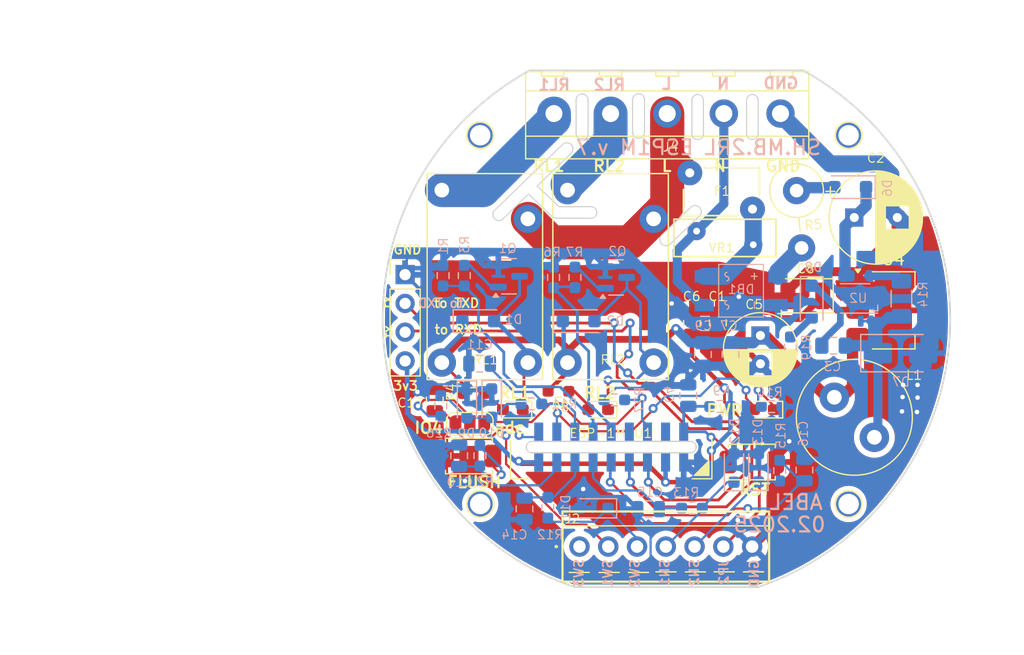
<source format=kicad_pcb>
(kicad_pcb (version 20241229) (generator "pcbnew") (generator_version "9.0")
  (title_block (title "Smart home relay board. CAN") (date "2023-10-01") (rev "12") (company "Home"))
  (layers (0 "F.Cu" signal) (2 "B.Cu" signal) (13 "F.Paste" user) (15 "B.Paste" user) (5 "F.SilkS" user "F.Silkscreen") (7 "B.SilkS" user "B.Silkscreen") (1 "F.Mask" user) (3 "B.Mask" user) (25 "Edge.Cuts" user))
  (net 0 "")
  (net 1 "GND")
  (net 2 "SIG_RL1")
  (net 3 "+220")
  (net 4 "RL1")
  (net 5 "+3V3")
  (net 6 "Net-(D3-K)")
  (net 7 "Net-(D6-A)")
  (net 8 "N")
  (net 9 "+5V")
  (net 10 "NRST")
  (net 11 "RX")
  (net 12 "TX")
  (net 13 "Net-(D8-K)")
  (net 14 "Net-(D7-K)")
  (net 15 "Net-(D1-A)")
  (net 16 "Net-(D2-A)")
  (net 17 "Net-(D3-A)")
  (net 18 "Net-(D4-A)")
  (net 19 "Net-(D5-A)")
  (net 20 "Net-(D6-K)")
  (net 21 "Net-(D8-A)")
  (net 22 "SIG_RL2")
  (net 23 "RL2")
  (net 24 "L_fuse")
  (net 25 "SW1")
  (net 26 "SW2")
  (net 27 "SN1")
  (net 28 "SN2")
  (net 33 "L")
  (net 34 "AC_SENS")
  (net 35 "Net-(Q1-B)")
  (net 36 "SW3")
  (net 37 "Net-(Q2-B)")
  (net 38 "Net-(U2-CS)")
  (net 39 "unconnected-(U1-GPIO16-Pad17)")
  (net 41 "/Flush")
  (net 42 "Net-(B2-Pad1)")
  (net 43 "Net-(D13-K)")
  (net 45 "Net-(D10-A)")
  (net 46 "Net-(D12-K)")
  (net 47 "Net-(JP3-C)")
  (net 48 "Net-(D11-K)")
  (footprint "Capacitor_SMD:C_0805_2012Metric" (layer "F.Cu") (at 152.9588 105.3338 90)
    (property "Reference" "C1")
    (property "Value" "100nF")
  )
  (footprint "Connector_Phoenix_MPT:Phoenix Contact_MPT-0,5_7_2,54_P7" (layer "F.Cu") (at 148.3636 125.0994)
    (property "Reference" "J2")
    (property "Value" "K128_P7")
  )
  (footprint "Capacitor_THT:CP_Radial_D8.0mm_P3.80mm" (layer "F.Cu") (at 165.000949 96.0294)
    (property "Reference" "C2")
    (property "Value" "4,7uF")
  )
  (footprint "Package_SO_Local:SOT-223-3_TabPin1" (layer "F.Cu") (at 168.4528 104.2283)
    (property "Reference" "U4")
    (property "Value" "AMS1117-3.3")
  )
  (footprint "Capacitor_SMD:C_0805_2012Metric" (layer "F.Cu") (at 127.9652 112.154 90)
    (property "Reference" "C17")
    (property "Value" "100nF")
  )
  (footprint "Capacitor_Tantalum_SMD:CP_EIA-3528-21_Kemet-B" (layer "F.Cu") (at 160.6804 102.9462 180)
    (property "Reference" "C8")
    (property "Value" "10uF")
  )
  (footprint "Capacitor_SMD:C_0805_2012Metric" (layer "F.Cu") (at 150.6728 105.3846 90)
    (property "Reference" "C6")
    (property "Value" "100nF")
  )
  (footprint "LED_SMD:LED_0603_1608Metric_Pad1.05x0.95mm_HandSolder" (layer "F.Cu") (at 142.3924 113 180)
    (property "Reference" "D5" (hide yes))
    (property "Value" "green_led")
  )
  (footprint "Relay_THT_Local:RJ-SS-105DM1" (layer "F.Cu") (at 132.6896 101.346 90)
    (property "Reference" "RL1")
    (property "Value" "RJ-SS-105DM1")
  )
  (footprint "Connector_PinHeader_2.54mm:PinHeader_1x04_P2.54mm_Vertical" (layer "F.Cu") (at 125.349 101.0766)
    (property "Reference" "J3" (hide yes))
    (property "Value" "PinHead")
  )
  (footprint "Resistor_SMD:R_0603_1608Metric_Pad0.98x0.95mm_HandSolder" (layer "F.Cu") (at 138.8872 111.379)
    (property "Reference" "R8")
    (property "Value" "1k")
  )
  (footprint "WIFI_Module:ESP-01M" (layer "F.Cu") (at 143.5436 116.3066 -90)
    (property "Reference" "U1")
    (property "Value" "ESP-01M")
    (fp_line (start -0.5 -7) (end -0.5 7) (stroke (width 0.12)) (layer "Edge.Cuts"))
    (fp_line (start 0.5 -7) (end 0.5 7) (stroke (width 0.12)) (layer "Edge.Cuts"))
    (fp_arc (start 0.5 7) (mid 0 7.5) (end -0.5 7) (stroke (width 0.12)) (layer "Edge.Cuts"))
    (fp_arc (start -0.5 -7) (mid 0 -7.5) (end 0.5 -7) (stroke (width 0.12)) (layer "Edge.Cuts"))
  )
  (footprint "Varistor:RV_Disc_D9mm_W3.3mm_P5mm" (layer "F.Cu") (at 156.0836 98.4294 180)
    (property "Reference" "VR1")
    (property "Value" "07D471K")
  )
  (footprint "TestPoint:TestPoint_THTPad_D2.0mm_Drill1.0mm" (layer "F.Cu") (at 164.5031 88.7603)
    (property "Reference" "TP4" (hide yes))
    (property "Value" "TestPoint")
  )
  (footprint "Fuse_Local:RF145_D6.5mm_W4mm" (layer "F.Cu") (at 153.3736 93.7594)
    (property "Reference" "F1")
    (property "Value" "250v/0.12A")
  )
  (footprint "Resistor_SMD:R_0603_1608Metric_Pad0.98x0.95mm_HandSolder" (layer "F.Cu") (at 131.3942 111.5822)
    (property "Reference" "R4")
    (property "Value" "1k")
  )
  (footprint "Jumper:SolderJumper-3_P1.3mm_Open_RoundedPad1.0x1.5mm_NumberLabels" (layer "F.Cu") (at 131.064 114.2492)
    (property "Reference" "JP3" (hide yes))
    (property "Value" "jmp3")
  )
  (footprint "TestPoint:TestPoint_THTPad_D2.0mm_Drill1.0mm" (layer "F.Cu") (at 164.5031 121.3385)
    (property "Reference" "TP2" (hide yes))
    (property "Value" "TestPoint")
  )
  (footprint "LED_SMD:LED_0603_1608Metric_Pad1.05x0.95mm_HandSolder" (layer "F.Cu") (at 157.0228 113 180)
    (property "Reference" "D3" (hide yes))
    (property "Value" "blue_led")
  )
  (footprint "TerminalBlock_Degson:DG301-5.0-05P" (layer "F.Cu") (at 148.4884 86.8426 180)
    (property "Reference" "J4")
    (property "Value" "220V")
  )
  (footprint "Button_switch_SMD_Local:SW_Push_SPST_NO_Alps_SKRK_HandSoldering" (layer "F.Cu") (at 130.9878 117.094 180)
    (property "Reference" "B2" (hide yes))
    (property "Value" "Button")
  )
  (footprint "TestPoint:TestPoint_THTPad_D2.0mm_Drill1.0mm" (layer "F.Cu") (at 131.9784 88.7603)
    (property "Reference" "TP5" (hide yes))
    (property "Value" "TestPoint")
  )
  (footprint "Inductor_THT:L_Radial_D10.0mm_P5.00mm_Fastron_07P" (layer "F.Cu") (at 166.7764 115.443 135)
    (property "Reference" "L1")
    (property "Value" "320uH")
  )
  (footprint "Resistor_THT:R_Axial_DIN0414_L11.9mm_D4.5mm_P5.08mm_Vertical" (layer "F.Cu") (at 159.907981 93.652068 -85)
    (property "Reference" "R5")
    (property "Value" "10")
  )
  (footprint "Capacitor_THT:CP_Radial_D6.3mm_P2.50mm" (layer "F.Cu") (at 156.718 106.4514 -90)
    (property "Reference" "C5")
    (property "Value" "680uF")
  )
  (footprint "Relay_THT_Local:RJ-SS-105DM1" (layer "F.Cu") (at 143.7894 101.346 90)
    (property "Reference" "RL2")
    (property "Value" "RJ-SS-105DM1")
  )
  (footprint "TestPoint:TestPoint_THTPad_D2.0mm_Drill1.0mm" (layer "F.Cu") (at 131.9784 121.3385)
    (property "Reference" "TP3" (hide yes))
    (property "Value" "TestPoint")
  )
  (footprint "Button_switch_SMD_Local:SW_Push_SPST_NO_Alps_SKRK_HandSoldering" (layer "F.Cu") (at 155.956 117.6274)
    (property "Reference" "B1" (hide yes))
    (property "Value" "Button")
  )
  (footprint "LED_SMD:LED_0603_1608Metric_Pad1.05x0.95mm_HandSolder" (layer "F.Cu") (at 134.8626 113 180)
    (property "Reference" "D4" (hide yes))
    (property "Value" "green_led")
  )
  (footprint "Capacitor_SMD:C_0805_2012Metric" (layer "B.Cu") (at 150.3426 111.76 90.2)
    (property "Reference" "C4")
    (property "Value" "100nF")
  )
  (footprint "Resistor_SMD:R_0603_1608Metric_Pad0.98x0.95mm_HandSolder" (layer "B.Cu") (at 150.6728 121.6914 180)
    (property "Reference" "R13")
    (property "Value" "100R")
  )
  (footprint "Diode_SMD:D_SOD-323_HandSoldering" (layer "B.Cu") (at 156.5402 118.1354 90)
    (property "Reference" "D13")
    (property "Value" "PESD3V3L1BA")
  )
  (footprint "Capacitor_SMD:C_0805_2012Metric" (layer "B.Cu") (at 135.89 121.7676 -90)
    (property "Reference" "C14")
    (property "Value" "100nF")
  )
  (footprint "Resistor_SMD:R_0603_1608Metric_Pad0.98x0.95mm_HandSolder" (layer "B.Cu") (at 157.7086 112.7252)
    (property "Reference" "R10")
    (property "Value" "1k")
  )
  (footprint "Capacitor_SMD:C_0805_2012Metric" (layer "B.Cu") (at 160.6042 118.3386 90)
    (property "Reference" "C16")
    (property "Value" "100nF")
  )
  (footprint "Diode_SMD:D_SOD-323_HandSoldering" (layer "B.Cu") (at 130.81 112.4712 -90)
    (property "Reference" "D9")
    (property "Value" "PESD3V3L1BA")
  )
  (footprint "Capacitor_SMD:C_0805_2012Metric_Pad1.18x1.45mm_HandSolder" (layer "B.Cu") (at 154.0764 108.1278 -90)
    (property "Reference" "C7")
    (property "Value" "4,7uF")
  )
  (footprint "Resistor_SMD:R_0603_1608Metric_Pad0.98x0.95mm_HandSolder" (layer "B.Cu") (at 158.4198 118.3894 90)
    (property "Reference" "R15")
    (property "Value" "100R")
  )
  (footprint "Diode_SMD:D_SOD-123F" (layer "B.Cu") (at 140.6652 105.1814)
    (property "Reference" "D2")
    (property "Value" "1N4007W (A7)")
  )
  (footprint "Diode_SMD:D_SOD-123F" (layer "B.Cu") (at 131.8006 105.1814)
    (property "Reference" "D1")
    (property "Value" "1N4007W (A7)")
  )
  (footprint "Resistor_SMD:R_0603_1608Metric_Pad0.98x0.95mm_HandSolder" (layer "B.Cu") (at 138.4554 101.3206 -90)
    (property "Reference" "R6")
    (property "Value" "10K")
  )
  (footprint "Resistor_SMD:R_0603_1608Metric_Pad0.98x0.95mm_HandSolder" (layer "B.Cu") (at 140.3436 101.3194 90)
    (property "Reference" "R7")
    (property "Value" "1k")
  )
  (footprint "Resistor_SMD:R_0603_1608Metric_Pad0.98x0.95mm_HandSolder" (layer "B.Cu") (at 128.4986 112.6744 -90)
    (property "Reference" "R26")
    (property "Value" "40,2R")
  )
  (footprint "Resistor_SMD:R_0603_1608Metric_Pad0.98x0.95mm_HandSolder" (layer "B.Cu") (at 130.5736 101.1594 90)
    (property "Reference" "R3")
    (property "Value" "1k")
  )
  (footprint "Resistor_SMD:R_0603_1608Metric_Pad0.98x0.95mm_HandSolder" (layer "B.Cu") (at 131.953 117.0686 90)
    (property "Reference" "R2")
    (property "Value" "1k")
  )
  (footprint "Package_TO_SOT_SMD:SOT-23" (layer "B.Cu") (at 143.9672 101.3206)
    (property "Reference" "Q2")
    (property "Value" "BC817")
  )
  (footprint "Resistor_SMD:R_0603_1608Metric_Pad0.98x0.95mm_HandSolder" (layer "B.Cu") (at 159.3596 107.4928 90)
    (property "Reference" "R19")
    (property "Value" "100R")
  )
  (footprint "Diode_SMD:D_SOD-123F" (layer "B.Cu") (at 164.6428 93.345 180)
    (property "Reference" "D6")
    (property "Value" "1N4007W (A7)")
  )
  (footprint "Capacitor_SMD:C_0805_2012Metric_Pad1.18x1.45mm_HandSolder" (layer "B.Cu") (at 151.638 108.1278 -90)
    (property "Reference" "C9")
    (property "Value" "1uF")
  )
  (footprint "Diode_local:MBS" (layer "B.Cu") (at 155.0082 102.4948 -90)
    (property "Reference" "DB1")
    (property "Value" "MB8S")
  )
  (footprint "Resistor_SMD:R_0603_1608Metric_Pad0.98x0.95mm_HandSolder" (layer "B.Cu") (at 128.7036 101.1594 -90)
    (property "Reference" "R1")
    (property "Value" "10K")
  )
  (footprint "Capacitor_SMD:C_0805_2012Metric" (layer "B.Cu") (at 131.9276 108.9406 180)
    (property "Reference" "C11")
    (property "Value" "100nF")
  )
  (footprint "Diode_SMD:D_SOD-323_HandSoldering" (layer "B.Cu") (at 154.3812 118.1608 90)
    (property "Reference" "D12")
    (property "Value" "PESD3V3L1BA")
  )
  (footprint "Resistor_SMD:R_0603_1608Metric_Pad0.98x0.95mm_HandSolder" (layer "B.Cu") (at 153.162 112.7252)
    (property "Reference" "R9")
    (property "Value" "10K")
  )
  (footprint "Diode_SMD:D_SOD-323_HandSoldering" (layer "B.Cu") (at 142.0114 121.7168 180)
    (property "Reference" "D11")
    (property "Value" "PESD3V3L1BA")
  )
  (footprint "Capacitor_SMD:C_0805_2012Metric" (layer "B.Cu") (at 146.8374 121.793 180)
    (property "Reference" "C15")
    (property "Value" "100nF")
  )
  (footprint "Diode_SMD:D_SOD-323_HandSoldering" (layer "B.Cu") (at 132.9944 112.4204 -90)
    (property "Reference" "D10")
    (property "Value" "PESD3V3L1BA")
  )
  (footprint "Diode_SMD:D_SOD-123F" (layer "B.Cu") (at 161.2392 103.4542 -90)
    (property "Reference" "D8")
    (property "Value" "E1J")
  )
  (footprint "Package_SO_Local:SOT33-5" (layer "B.Cu") (at 165.0136 103.1769 90)
    (property "Reference" "U2")
    (property "Value" "BP2525F")
  )
  (footprint "Resistor_SMD:R_0603_1608Metric_Pad0.98x0.95mm_HandSolder" (layer "B.Cu") (at 136.4996 112.4966)
    (property "Reference" "R11")
    (property "Value" "100R")
  )
  (footprint "Resistor_SMD:R_0603_1608Metric_Pad0.98x0.95mm_HandSolder" (layer "B.Cu") (at 143.8148 112.141)
    (property "Reference" "R27")
    (property "Value" "100R")
  )
  (footprint "Capacitor_SMD:C_0805_2012Metric_Pad1.18x1.45mm_HandSolder" (layer "B.Cu") (at 163.1736 107.3494)
    (property "Reference" "C3")
    (property "Value" "1uF")
  )
  (footprint "Resistor_SMD:R_1206_3216Metric_Pad1.30x1.75mm_HandSolder" (layer "B.Cu") (at 169.164 103.2002 -90)
    (property "Reference" "R14")
    (property "Value" "0,3")
  )
  (footprint "Capacitor_SMD:C_0805_2012Metric" (layer "B.Cu") (at 130.1242 117.0686 90)
    (property "Reference" "C10")
    (property "Value" "100nF")
  )
  (footprint "Resistor_SMD:R_0603_1608Metric_Pad0.98x0.95mm_HandSolder" (layer "B.Cu") (at 137.9474 121.666 90)
    (property "Reference" "R12")
    (property "Value" "100R")
  )
  (footprint "Diode_SMD:D_SMA" (layer "B.Cu") (at 169.0836 108.0094)
    (property "Reference" "D7")
    (property "Value" "ES1J")
  )
  (footprint "Package_TO_SOT_SMD:SOT-23" (layer "B.Cu") (at 134.5184 101.219)
    (property "Reference" "Q1")
    (property "Value" "BC817")
  )
  (gr_arc (start 141.7574 95.0675) (mid 142.274313 95.578221) (end 141.761357 96.0929) (stroke (width 0.1)) (layer "Edge.Cuts"))
  (gr_line (start 150.5712 95.123) (end 147.9804 97.6122) (stroke (width 0.1)) (layer "Edge.Cuts"))
  (gr_line (start 137.0076 93.2434) (end 138.938 95.0722) (stroke (width 0.1)) (layer "Edge.Cuts"))
  (gr_arc (start 156.517521 88.6206) (mid 156.0068 89.137513) (end 155.492121 88.624557) (stroke (width 0.1)) (layer "Edge.Cuts"))
  (gr_arc (start 160.4772 83.0326) (mid 173.3856 107.106989) (end 156.591 128.651) (stroke (width 0.15)) (layer "Edge.Cuts"))
  (gr_line (start 136.2456 93.9546) (end 138.3284 95.9358) (stroke (width 0.1)) (layer "Edge.Cuts"))
  (gr_line (start 151.3332 95.885) (end 148.7424 98.3742) (stroke (width 0.1)) (layer "Edge.Cuts"))
  (gr_arc (start 133.98477 96.15172) (mid 133.2436 96.1294) (end 133.251187 95.387933) (stroke (width 0.1)) (layer "Edge.Cuts"))
  (gr_line (start 141.5034 88.599157) (end 141.5034 85.644843) (stroke (width 0.1)) (layer "Edge.Cuts"))
  (gr_arc (start 140.4446 85.623486) (mid 140.984481 85.115224) (end 141.5034 85.644843) (stroke (width 0.1)) (layer "Edge.Cuts"))
  (gr_arc (start 155.492121 85.670243) (mid 156.004821 85.157543) (end 156.517521 85.670243) (stroke (width 0.1)) (layer "Edge.Cuts"))
  (gr_arc (start 150.567237 95.125964) (mid 151.332813 95.119395) (end 151.3332 95.885) (stroke (width 0.1)) (layer "Edge.Cuts"))
  (gr_line (start 146.48868 88.497522) (end 146.48868 85.6234) (stroke (width 0.1)) (layer "Edge.Cuts"))
  (gr_arc (start 146.48868 88.497522) (mid 145.948385 89.026956) (end 145.42988 88.476165) (stroke (width 0.1)) (layer "Edge.Cuts"))
  (gr_line (start 140.0048 90.3478) (end 137.0076 93.2434) (stroke (width 0.1)) (layer "Edge.Cuts"))
  (gr_arc (start 150.6634 85.6742) (mid 151.1761 85.1615) (end 151.6888 85.6742) (stroke (width 0.1)) (layer "Edge.Cuts"))
  (gr_line (start 150.6634 88.628514) (end 150.6634 85.6742) (stroke (width 0.1)) (layer "Edge.Cuts"))
  (gr_line (start 140.4446 88.5778) (end 140.4446 85.623486) (stroke (width 0.1)) (layer "Edge.Cuts"))
  (gr_line (start 151.6888 88.624557) (end 151.6888 85.6742) (stroke (width 0.1)) (layer "Edge.Cuts"))
  (gr_line (start 141.761357 96.0929) (end 138.807043 96.0882) (stroke (width 0.1)) (layer "Edge.Cuts"))
  (gr_arc (start 141.5034 88.599157) (mid 140.96312 89.128635) (end 140.4446 88.5778) (stroke (width 0.1)) (layer "Edge.Cuts"))
  (gr_arc (start 148.7424 98.3742) (mid 147.994098 98.358748) (end 147.9804 97.610413) (stroke (width 0.1)) (layer "Edge.Cuts"))
  (gr_line (start 141.7574 95.0675) (end 138.938 95.0769) (stroke (width 0.1)) (layer "Edge.Cuts"))
  (gr_line (start 155.492121 88.624557) (end 155.492121 85.670243) (stroke (width 0.1)) (layer "Edge.Cuts"))
  (gr_arc (start 140.2334 128.651) (mid 123.456456 107.105485) (end 136.3472 83.0326) (stroke (width 0.15)) (layer "Edge.Cuts"))
  (gr_arc (start 139.247393 89.5858) (mid 140.0131 89.582128) (end 140.0048 90.3478) (stroke (width 0.1)) (layer "Edge.Cuts"))
  (gr_arc (start 151.6888 88.624557) (mid 151.178088 89.141491) (end 150.6634 88.628514) (stroke (width 0.1)) (layer "Edge.Cuts"))
  (gr_line (start 156.517521 88.6206) (end 156.517521 85.670243) (stroke (width 0.1)) (layer "Edge.Cuts"))
  (gr_line (start 139.2428 89.5858) (end 133.251187 95.387933) (stroke (width 0.1)) (layer "Edge.Cuts"))
  (gr_line (start 156.591 128.651) (end 140.2334 128.651) (stroke (width 0.2)) (layer "Edge.Cuts"))
  (gr_line (start 136.2456 93.9546) (end 133.98477 96.15172) (stroke (width 0.1)) (layer "Edge.Cuts"))
  (gr_arc (start 145.42988 85.602043) (mid 145.969749 85.093739) (end 146.48868 85.6234) (stroke (width 0.1)) (layer "Edge.Cuts"))
  (gr_arc (start 138.797566 96.0882) (mid 138.552834 96.043243) (end 138.3284 95.9358) (stroke (width 0.1)) (layer "Edge.Cuts"))
  (gr_line (start 145.42988 88.476165) (end 145.42988 85.602043) (stroke (width 0.1)) (layer "Edge.Cuts"))
  (gr_line (start 136.3472 83.0326) (end 160.4772 83.0326) (stroke (width 0.15)) (layer "Edge.Cuts"))
  (gr_text "RST" (at 156.21 120.0658 0) (layer "F.SilkS") (effects (font (size 1 1) (thickness 0.2))))
  (gr_text "L" (at 148.4376 91.4654 0) (layer "F.SilkS") (effects (font (size 1 1) (thickness 0.2))))
  (gr_text "GND\n" (at 158.7246 91.4654 0) (layer "F.SilkS") (effects (font (size 1 1) (thickness 0.2))))
  (gr_text "to RXD" (at 127.8636 106.4006 0) (layer "F.SilkS") (effects (font (size 0.8 0.8) (thickness 0.15) (bold yes)) (justify left bottom)))
  (gr_text "GND" (at 125.5536 98.8694 0) (layer "F.SilkS") (effects (font (size 0.8 0.8))))
  (gr_text "ESP-1M" (at 142.3416 115.0874 0) (layer "F.SilkS") (effects (font (size 0.8 0.8) (thickness 0.1))))
  (gr_text "to TXD" (at 127.8128 104.0638 0) (layer "F.SilkS") (effects (font (size 0.8 0.8) (thickness 0.15) (bold yes)) (justify left bottom)))
  (gr_text "RL1" (at 138.0236 91.4654 0) (layer "F.SilkS") (effects (font (size 1 1) (thickness 0.2))))
  (gr_text "tx" (at 123.8336 106.1094 90) (layer "F.SilkS") (effects (font (size 0.8 0.8))))
  (gr_text "3v3" (at 125.3936 110.8994 0) (layer "F.SilkS") (effects (font (size 0.8 0.8))))
  (gr_text "RL2" (at 143.3576 91.4654 0) (layer "F.SilkS") (effects (font (size 1 1) (thickness 0.2))))
  (gr_text "N" (at 153.1366 91.4654 0) (layer "F.SilkS") (effects (font (size 1 1) (thickness 0.2))))
  (gr_text "rx" (at 123.7436 103.5094 90) (layer "F.SilkS") (effects (font (size 0.8 0.8))))
  (gr_text "JP2" (at 153.4836 127.3594 90) (layer "B.SilkS") (effects (font (size 0.8 0.8)) (justify mirror)))
  (gr_text "L" (at 148.4536 84.2094 0) (layer "B.SilkS") (effects (font (size 1 1) (thickness 0.2)) (justify mirror)))
  (gr_text "N" (at 153.4336 84.2094 0) (layer "B.SilkS") (effects (font (size 1 1) (thickness 0.2)) (justify mirror)))
  (gr_text "RL2" (at 143.383 84.3026 0) (layer "B.SilkS") (effects (font (size 1 1) (thickness 0.2)) (justify mirror)))
  (gr_text "SW1" (at 143.2336 127.4694 90) (layer "B.SilkS") (effects (font (size 0.8 0.8)) (justify mirror)))
  (gr_text "to TXD" (at 130.556 104.0638 0) (layer "B.SilkS") (effects (font (size 0.8 0.8) (thickness 0.15) (bold yes)) (justify left bottom mirror)))
  (gr_text "SW2" (at 145.6236 127.4494 90) (layer "B.SilkS") (effects (font (size 0.8 0.8)) (justify mirror)))
  (gr_text "GND" (at 156.1636 127.4794 90) (layer "B.SilkS") (effects (font (size 0.8 0.8)) (justify mirror)))
  (gr_text "SN2" (at 150.8736 127.3994 90) (layer "B.SilkS") (effects (font (size 0.8 0.8)) (justify mirror)))
  (gr_text "GND\n" (at 158.5236 84.1694 0) (layer "B.SilkS") (effects (font (size 1 1) (thickness 0.2)) (justify mirror)))
  (gr_text "SN1" (at 148.2636 127.3994 90) (layer "B.SilkS") (effects (font (size 0.8 0.8)) (justify mirror)))
  (gr_text "SH.MB.2RL ESP1M v.7" (at 162.2044 90.6018 0) (layer "B.SilkS") (effects (font (size 1.308608 1.308608) (thickness 0.2)) (justify left bottom mirror)))
  (gr_text "02.2025" (at 162.5854 123.9266 0) (layer "B.SilkS") (effects (font (size 1.308608 1.308608) (thickness 0.2)) (justify left bottom mirror)))
  (gr_text "ABEL" (at 162.3314 121.9454 0) (layer "B.SilkS") (effects (font (size 1.308608 1.308608) (thickness 0.2)) (justify left bottom mirror)))
  (gr_text "SW3" (at 140.6836 127.4194 90) (layer "B.SilkS") (effects (font (size 0.8 0.8)) (justify mirror)))
  (gr_text "RL1" (at 138.5062 84.3026 0) (layer "B.SilkS") (effects (font (size 1 1) (thickness 0.2)) (justify mirror)))
  (segment (start 149.6013 104.3471) (end 148.8778 103.6236) (width 0.6) (layer "F.Cu") (net 1))
  (segment (start 156.2564 125.0994) (end 155.9836 125.0994) (width 0.4) (layer "F.Cu") (net 1))
  (segment (start 159.258 115.951) (end 158.056 117.153) (width 0.8) (layer "F.Cu") (net 1))
  (segment (start 168.800949 97.416451) (end 168.800949 96.0294) (width 1) (layer "F.Cu") (net 1))
  (segment (start 154.813 103.0224) (end 153.4516 104.3838) (width 0.8) (layer "F.Cu") (net 1))
  (segment (start 125.7412 112.1298) (end 125.7412 113.346) (width 0.2) (layer "F.Cu") (net 1))
  (segment (start 152.8357 104.4194) (end 152.9588 104.2963) (width 0.8) (layer "F.Cu") (net 1))
  (segment (start 130.6322 119.3038) (end 130.6322 119.2194) (width 0.2) (layer "F.Cu") (net 1))
  (segment (start 159.0413 103.0478) (end 159.1429 102.9462) (width 1) (layer "F.Cu") (net 1))
  (segment (start 154.8384 103.0478) (end 159.0413 103.0478) (width 0.8) (layer "F.Cu") (net 1))
  (segment (start 150.7451 104.4194) (end 152.8357 104.4194) (width 0.6) (layer "F.Cu") (net 1))
  (segment (start 126.4348 111.4362) (end 126.492 111.379) (width 0.3) (layer "F.Cu") (net 1))
  (segment (start 164.8536 101.8294) (end 164.8536 100.8126) (width 0.8) (layer "F.Cu") (net 1))
  (segment (start 162.8648 115.7986) (end 166.624 112.0394) (width 0.8) (layer "F.Cu") (net 1))
  (segment (start 126.492 111.379) (end 127.9652 111.379) (width 0.3) (layer "F.Cu") (net 1))
  (segment (start 158.056 117.153) (end 158.056 117.6274) (width 0.8) (layer "F.Cu") (net 1))
  (segment (start 164.8536 101.8294) (end 164.8536 101.3638) (width 1) (layer "F.Cu") (net 1))
  (segment (start 166.624 112.0394) (end 170.5356 112.0394) (width 0.8) (layer "F.Cu") (net 1))
  (segment (start 126.4348 111.4362) (end 125.7412 112.1298) (width 0.2) (layer "F.Cu") (net 1))
  (segment (start 158.056 117.6274) (end 158.056 123.027) (width 0.8) (layer "F.Cu") (net 1))
  (segment (start 125.7412 113.346) (end 128.8878 116.4926) (width 0.2) (layer "F.Cu") (net 1))
  (segment (start 154.813 103.0224) (end 154.8384 103.0478) (width 0.8) (layer "F.Cu") (net 1))
  (segment (start 153.4516 104.3838) (end 152.9588 104.3838) (width 0.8) (layer "F.Cu") (net 1))
  (segment (start 150.6728 104.3471) (end 150.7451 104.4194) (width 0.8) (layer "F.Cu") (net 1))
  (segment (start 158.056 123.027) (end 155.9836 125.0994) (width 0.8) (layer "F.Cu") (net 1))
  (segment (start 160.8328 100.8126) (end 159.1429 102.5025) (width 0.8) (layer "F.Cu") (net 1))
  (segment (start 170.5356 112.0394) (end 169.3164 110.8202) (width 0.8) (layer "F.Cu") (net 1))
  (segment (start 159.1429 102.5025) (end 159.1429 102.9462) (width 0.8) (layer "F.Cu") (net 1))
  (segment (start 159.258 115.7986) (end 162.8648 115.7986) (width 0.8) (layer "F.Cu") (net 1))
  (segment (start 128.8878 117.475) (end 128.8878 117.094) (width 0.2) (layer "F.Cu") (net 1))
  (segment (start 164.8536 100.8126) (end 160.8328 100.8126) (width 0.8) (layer "F.Cu") (net 1))
  (segment (start 159.258 115.7986) (end 159.258 115.951) (width 0.8) (layer "F.Cu") (net 1))
  (segment (start 128.8878 116.4926) (end 128.8878 117.094) (width 0.2) (layer "F.Cu") (net 1))
  (segment (start 164.8536 101.3638) (end 168.800949 97.416451) (width 1) (layer "F.Cu") (net 1))
  (segment (start 150.6728 104.3471) (end 149.6013 104.3471) (width 0.6) (layer "F.Cu") (net 1))
  (segment (start 130.6322 119.2194) (end 128.8878 117.475) (width 0.2) (layer "F.Cu") (net 1))
  (segment (start 152.9588 104.3838) (end 152.9588 104.2963) (width 0.6) (layer "F.Cu") (net 1))
  (via (at 126.4348 111.4362) (size 0.8) (drill 0.4) (layers "F.Cu" "B.Cu") (net 1))
  (via (at 159.258 115.7986) (size 0.8) (drill 0.4) (layers "F.Cu" "B.Cu") (net 1))
  (via (at 169.3164 110.8202) (size 0.8) (drill 0.4) (layers "F.Cu" "B.Cu") (net 1))
  (via (at 169.2148 113.157) (size 0.8) (drill 0.4) (layers "F.Cu" "B.Cu") (net 1))
  (via (at 169.2656 111.887) (size 0.8) (drill 0.4) (layers "F.Cu" "B.Cu") (net 1))
  (via (at 141.0716 120.015) (size 0.8) (drill 0.4) (layers "F.Cu" "B.Cu") (net 1))
  (via (at 170.5864 110.8202) (size 0.8) (drill 0.4) (layers "F.Cu" "B.Cu") (net 1))
  (via (at 154.7114 122.7582) (size 0.8) (drill 0.4) (layers "F.Cu" "B.Cu") (net 1))
  (via (at 170.5864 111.9378) (size 0.8) (drill 0.4) (layers "F.Cu" "B.Cu") (net 1))
  (via (at 148.8778 103.6236) (size 0.8) (drill 0.4) (layers "F.Cu" "B.Cu") (net 1))
  (via (at 170.5356 113.2078) (size 0.8) (drill 0.4) (layers "F.Cu" "B.Cu") (net 1))
  (via (at 154.813 103.0224) (size 0.8) (drill 0.4) (layers "F.Cu" "B.Cu") (net 1))
  (via (at 130.6322 119.3038) (size 0.8) (drill 0.4) (layers "F.Cu" "B.Cu") (net 1))
  (segment (start 171.704 107.389) (end 171.0836 108.0094) (width 1.5) (layer "B.Cu") (net 1))
  (segment (start 148.082 104.5972) (end 148.082 106.5022) (width 0.6) (layer "B.Cu") (net 1))
  (segment (start 129.5756 116.1186) (end 130.1242 116.1186) (width 0.25) (layer "B.Cu") (net 1))
  (segment (start 169.2656 111.887) (end 170.5864 111.9378) (width 1.5) (layer "B.Cu") (net 1))
  (segment (start 155.9836 125.4738) (end 154.3304 127.127) (width 0.6) (layer "B.Cu") (net 1))
  (segment (start 132.9436 111.221201) (end 132.9944 111.170401) (width 0.2) (layer "B.Cu") (net 1))
  (segment (start 141.9236 99.2794) (end 143.0148 100.3706) (width 0.4) (layer "B.Cu") (net 1))
  (segment (start 154.813 103.0224) (end 155.5554 103.7648) (width 1) (layer "B.Cu") (net 1))
  (segment (start 169.3164 110.8202) (end 169.2656 111.887) (width 1.5) (layer "B.Cu") (net 1))
  (segment (start 155.5554 103.7648) (end 158.2582 103.7648) (width 1) (layer "B.Cu") (net 1))
  (segment (start 170.5864 110.8202) (end 170.5864 109.5502) (width 1.5) (layer "B.Cu") (net 1))
  (segment (start 142.9023 112.141) (end 143.9691 111.0742) (width 0.2) (layer "B.Cu") (net 1))
  (segment (start 154.3812 105.283) (end 150.5372 105.283) (width 1) (layer "B.Cu") (net 1))
  (segment (start 138.4554 100.3206) (end 138.4554 100.1776) (width 0.4) (layer "B.Cu") (net 1))
  (segment (start 158.6211 115.1617) (end 158.6211 112.7252) (width 0.6) (layer "B.Cu") (net 1))
  (segment (start 147.0236 123.427) (end 147.0236 126.8392) (width 0.2) (layer "B.Cu") (net 1))
  (segment (start 146.7358 127.127) (end 139.7 127.127) (width 0.6) (layer "B.Cu") (net 1))
  (segment (start 148.8778 103.6236) (end 145.6248 100.3706) (width 0.4) (layer "B.Cu") (net 1))
  (segment (start 135.89 123.317) (end 135.89 122.7176) (width 0.6) (layer "B.Cu") (net 1))
  (segment (start 170.5864 111.9378) (end 170.5864 110.8202) (width 1.5) (layer "B.Cu") (net 1))
  (segment (start 171.704 100.6094) (end 171.704 107.389) (width 1.5) (layer "B.Cu") (net 1))
  (segment (start 168.2236 92.2194) (end 168.2236 95.412051) (width 1.5) (layer "B.Cu") (net 1))
  (segment (start 154.3812 116.9108) (end 152.8318 118.4602) (width 0.6) (layer "B.Cu") (net 1))
  (segment (start 148.8778 103.8014) (end 148.082 104.5972) (width 0.6) (layer "B.Cu") (net 1))
  (segment (start 125.349 101.0766) (end 125.9178 100.5078) (width 0.4) (layer "B.Cu") (net 1))
  (segment (start 139.3536 99.2794) (end 141.9236 99.2794) (width 0.4) (layer "B.Cu") (net 1))
  (segment (start 128.7018 116.9924) (end 129.5756 116.1186) (width 0.25) (layer "B.Cu") (net 1))
  (segment (start 128.7036 100.2469) (end 128.7036 99.8194) (width 0.4) (layer "B.Cu") (net 1))
  (segment (start 138.287 100.1522) (end 138.4554 100.3206) (width 0.3) (layer "B.Cu") (net 1))
  (segment (start 170.5864 109.5502) (end 171.0836 109.053) (width 1.5) (layer "B.Cu") (net 1))
  (segment (start 154.813 103.0224) (end 154.813 104.8512) (width 1) (layer "B.Cu") (net 1))
  (segment (start 150.5372 105.283) (end 148.8778 103.6236) (width 1) (layer "B.Cu") (net 1))
  (segment (start 148.8778 103.6236) (end 148.8778 103.8014) (width 0.6) (layer "B.Cu") (net 1))
  (segment (start 156.5041 109.1653) (end 156.718 108.9514) (width 0.8) (layer "B.Cu") (net 1))
  (segment (start 150.7451 109.1653) (end 151.638 109.1653) (width 0.6) (layer "B.Cu") (net 1))
  (segment (start 130.853501 111.1777) (end 130.81 111.221201) (width 0.2) (layer "B.Cu") (net 1))
  (segment (start 143.9691 111.0742) (end 150.07509 111.0742) (width 0.2) (layer "B.Cu") (net 1))
  (segment (start 126.4348 111.4362) (end 126.8476 111.0234) (width 0.3) (layer "B.Cu") (net 1))
  (segment (start 158.4884 86.9112) (end 162.8648 91.2876) (width 1.5) (layer "B.Cu") (net 1))
  (segment (start 168.2236 95.412051) (end 170.322149 97.5106) (width 1.5) (layer "B.Cu") (net 1))
  (segment (start 155.9836 125.0994) (end 155.9836 125.4738) (width 0.6) (layer "B.Cu") (net 1))
  (segment (start 150.7472 118.4602) (end 149.9436 117.6566) (width 0.6) (layer "B.Cu") (net 1))
  (segment (start 130.81 111.221201) (end 132.9436 111.221201) (width 0.2) (layer "B.Cu") (net 1))
  (segment (start 167.2918 91.2876) (end 168.2236 92.2194) (width 1.5) (layer "B.Cu") (net 1))
  (segment (start 151.638 109.1653) (end 154.0764 109.1653) (width 0.8) (layer "B.Cu") (net 1))
  (segment (start 141.561401 120.9168) (end 141.752001 120.7262) (width 0.4) (layer "B.Cu") (net 1))
  (segment (start 130.81 111.221201) (end 130.358199 110.7694) (width 0.2) (layer "B.Cu") (net 1))
  (segment (start 140.761401 121.7168) (end 141.561401 120.9168) (width 0.4) (layer "B.Cu") (net 1))
  (segment (start 133.6977 100.1522) (end 133.5809 100.269) (width 0.4) (layer "B.Cu") (net 1))
  (segment (start 162.8648 91.2876) (end 167.2918 91.2876) (width 1.5) (layer "B.Cu") (net 1))
  (segment (start 171.0836 109.053) (end 171.0836 108.0094) (width 1.5) (layer "B.Cu") (net 1))
  (segment (start 126.8476 102.5752) (end 125.349 101.0766) (width 0.3) (layer "B.Cu") (net 1))
  (segment (start 151.5149 109.1653) (end 150.339284 110.340916) (width 0.6) (layer "B.Cu") (net 1))
  (segment (start 129.4336 99.0894) (end 131.9316 99.0894) (width 0.4) (layer "B.Cu") (net 1))
  (segment (start 130.358199 110.7694) (end 127.1016 110.7694) (width 0.2) (layer "B.Cu") (net 1))
  (segment (start 148.082 106.5022) (end 150.7451 109.1653) (width 0.6) (layer "B.Cu") (net 1))
  (segment (start 138.4554 100.1776) (end 139.3536 99.2794) (width 0.4) (layer "B.Cu") (net 1))
  (segment (start 169.3164 110.8202) (end 169.3164 110.8202) (width 1.5) (layer "B.Cu") (net 1))
  (segment (start 136.8044 100.1522) (end 138.287 100.1522) (width 0.4) (layer "B.Cu") (net 1))
  (segment (start 159.258 115.7986) (end 158.6211 115.1617) (width 0.6) (layer "B.Cu") (net 1))
  (segment (start 130.6322 119.3038) (end 130.6068 119.3292) (width 0.25) (layer "B.Cu") (net 1))
  (segment (start 151.638 109.1653) (end 151.5149 109.1653) (width 0.6) (layer "B.Cu") (net 1))
  (segment (start 131.183701 111.1777) (end 130.853501 111.1777) (width 0.2) (layer "B.Cu") (net 1))
  (segment (start 170.322149 97.5106) (end 170.322149 99.227549) (width 1.5) (layer "B.Cu") (net 1))
  (segment (start 159.258 115.7986) (end 160.6042 117.1448) (width 0.6) (layer "B.Cu") (net 1))
  (segment (start 128.7036 99.8194) (end 129.4336 99.0894) (width 0.4) (layer "B.Cu") (net 1))
  (segment (start 141.752001 120.7262) (end 144.820601 120.7262) (width 0.4) (layer "B.Cu") (net 1))
  (segment (start 131.9316 99.0894) (end 133.1112 100.269) (width 0.4) (layer "B.Cu") (net 1))
  (segment (start 152.8318 118.4602) (end 150.7472 118.4602) (width 0.6) (layer "B.Cu") (net 1))
  (segment (start 136.8044 100.1522) (end 133.6977 100.1522) (width 0.4) (layer "B.Cu") (net 1))
  (segment (start 160.6042 117.1448) (end 160.6042 117.3886) (width 0.6) (layer "B.Cu") (net 1))
  (segment (start 138.4038 100.269) (end 138.4554 100.3206) (width 0.4) (layer "B.Cu") (net 1))
  (segment (start 125.9178 100.5078) (end 128.5252 100.5078) (width 0.4) (layer "B.Cu") (net 1))
  (segment (start 154.3304 127.127) (end 146.7358 127.127) (width 0.6) (layer "B.Cu") (net 1))
  (segment (start 128.7018 118.618) (end 128.7018 116.9924) (width 0.25) (layer "B.Cu") (net 1))
  (segment (start 130.6322 119.3038) (end 129.3876 119.3038) (width 0.25) (layer "B.Cu") (net 1))
  (segment (start 154.813 104.8512) (end 154.3812 105.283) (width 1) (layer "B.Cu") (net 1))
  (segment (start 143.0148 100.3706) (end 143.0297 100.3706) (width 0.4) (layer "B.Cu") (net 1))
  (segment (start 127.1016 110.7694) (end 126.4348 111.4362) (width 0.2) (layer "B.Cu") (net 1))
  (segment (start 158.4884 86.8426) (end 158.4884 86.9112) (width 1.5) (layer "B.Cu") (net 1))
  (segment (start 130.9776 111.053601) (end 130.81 111.221201) (width 0.2) (layer "B.Cu") (net 1))
  (segment (start 145.887401 122.290801) (end 147.0236 123.427) (width 0.2) (layer "B.Cu") (net 1))
  (segment (start 170.322149 99.227549) (end 171.704 100.6094) (width 1.5) (layer "B.Cu") (net 1))
  (segment (start 159.258 115.7986) (end 157.627 115.7986) (width 0.6) (layer "B.Cu") (net 1))
  (segment (start 156.718 108.9514) (end 156.718 109.1438) (width 0.6) (layer "B.Cu") (net 1))
  (segment (start 129.3876 119.3038) (end 128.7018 118.618) (width 0.25) (layer "B.Cu") (net 1))
  (segment (start 156.5402 116.8854) (end 154.4066 116.8854) (width 0.6) (layer "B.Cu") (net 1))
  (segment (start 154.0764 109.1653) (end 156.5041 109.1653) (width 0.8) (layer "B.Cu") (net 1))
  (segment (start 133.1112 100.269) (end 133.5809 100.269) (width 0.4) (layer "B.Cu") (net 1))
  (segment (start 150.07509 111.0742) (end 150.339284 110.810006) (width 0.2) (layer "B.Cu") (net 1))
  (segment (start 145.887401 121.793) (end 145.887401 122.290801) (width 0.2) (layer "B.Cu") (net 1))
  (segment (start 130.9776 108.9406) (end 130.9776 111.053601) (width 0.2) (layer "B.Cu") (net 1))
  (segment (start 158.6211 111.0469) (end 158.6211 112.7252) (width 0.6) (layer "B.Cu") (net 1))
  (segment (start 156.718 109.1438) (end 158.6211 111.0469) (width 0.6) (layer "B.Cu") (net 1))
  (segment (start 144.820601 120.7262) (end 145.887401 121.793) (width 0.4) (layer "B.Cu") (net 1))
  (segment (start 126.8476 111.0234) (end 126.8476 102.5752) (width 0.3) (layer "B.Cu") (net 1))
  (segment (start 157.627 115.7986) (end 156.5402 116.8854) (width 0.6) (layer "B.Cu") (net 1))
  (segment (start 147.0236 126.8392) (end 146.7358 127.127) (width 0.2) (layer "B.Cu") (net 1))
  (segment (start 139.7 127.127) (end 135.89 123.317) (width 0.6) (layer "B.Cu") (net 1))
  (segment (start 154.4066 116.8854) (end 154.3812 116.9108) (width 0.6) (layer "B.Cu") (net 1))
  (segment (start 145.6248 100.3706) (end 143.0297 100.3706) (width 0.4) (layer "B.Cu") (net 1))
  (segment (start 128.5252 100.5078) (end 128.6986 100.3344) (width 0.4) (layer "B.Cu") (net 1))
  (segment (start 150.339284 110.340916) (end 150.339284 110.810006) (width 0.6) (layer "B.Cu") (net 1))
  (segment (start 134.0612 107.9246) (end 131.826 105.6894) (width 0.25) (layer "B.Cu") (net 2))
  (segment (start 141.9436 113.902) (end 139.0142 110.9726) (width 0.25) (layer "B.Cu") (net 2))
  (segment (start 141.9436 114.9566) (end 141.9436 113.902) (width 0.25) (layer "B.Cu") (net 2))
  (segment (start 141.9186 115.2094) (end 141.9186 115.4269) (width 0.2) (layer "B.Cu") (net 2))
  (segment (start 139.0142 110.9726) (end 135.2042 110.9726) (width 0.25) (layer "B.Cu") (net 2))
  (segment (start 131.826 105.6894) (end 131.826 103.3243) (width 0.25) (layer "B.Cu") (net 2))
  (segment (start 131.826 103.3243) (end 130.5736 102.0719) (width 0.25) (layer "B.Cu") (net 2))
  (segment (start 135.2042 110.9726) (end 134.0612 109.8296) (width 0.25) (layer "B.Cu") (net 2))
  (segment (start 134.0612 109.8296) (end 134.0612 107.9246) (width 0.25) (layer "B.Cu") (net 2))
  (segment (start 128.7036 102.0719) (end 130.5736 102.0719) (width 0.2) (layer "B.Cu") (net 2))
  (segment (start 158.2582 101.2248) (end 158.2582 100.7798) (width 1.5) (layer "B.Cu") (net 3))
  (segment (start 158.2582 100.7798) (end 160.2636 98.7744) (width 1.5) (layer "B.Cu") (net 3))
  (segment (start 128.59004 93.60662) (end 132.22478 93.60662) (width 3) (layer "B.Cu") (net 4))
  (segment (start 132.22478 93.60662) (end 138.4884 87.343) (width 3) (layer "B.Cu") (net 4))
  (segment (start 138.4884 87.343) (end 138.4884 86.8426) (width 3) (layer "B.Cu") (net 4))
  (segment (start 152.3856 116.6258) (end 152.3856 118.1769) (width 0.4) (layer "F.Cu") (net 5))
  (segment (start 150.6728 106.4221) (end 150.7451 106.3498) (width 0.6) (layer "F.Cu") (net 5))
  (segment (start 148.336 119.4054) (end 148.3436 119.4054) (width 0.4) (layer "F.Cu") (net 5))
  (segment (start 158.2928 104.9528) (end 160.2113 104.9528) (width 0.6) (layer "F.Cu") (net 5))
  (segment (start 155.3972 104.3178) (end 157.6578 104.3178) (width 0.6) (layer "F.Cu") (net 5))
  (segment (start 157.6578 104.3178) (end 158.2928 104.9528) (width 0.6) (layer "F.Cu") (net 5))
  (segment (start 125.349 108.8136) (end 125.349 108.6966) (width 0.4) (layer "F.Cu") (net 5))
  (segment (start 153.543 111.0742) (end 153.543 112.3188) (width 0.25) (layer "F.Cu") (net 5))
  (segment (start 160.2113 104.9528) (end 162.2179 102.9462) (width 0.6) (layer "F.Cu") (net 5))
  (segment (start 151.1571 119.4054) (end 148.3436 119.4054) (width 0.4) (layer "F.Cu") (net 5))
  (segment (start 153.543 112.3188) (end 156.6164 115.3922) (width 0.25) (layer "F.Cu") (net 5))
  (segment (start 164.7668 104.2162) (end 163.4879 104.2162) (width 0.6) (layer "F.Cu") (net 5))
  (segment (start 146.7104 117.7798) (end 148.336 119.4054) (width 0.4) (layer "F.Cu") (net 5))
  (segment (start 135.382 117.5512) (end 135.6106 117.7798) (width 0.4) (layer "F.Cu") (net 5))
  (segment (start 150.6728 108.204) (end 150.6728 106.4221) (width 0.4) (layer "F.Cu") (net 5))
  (segment (start 163.4879 104.2162) (end 162.2179 102.9462) (width 0.6) (layer "F.Cu") (net 5))
  (segment (start 135.6106 117.7798) (end 146.7104 117.7798) (width 0.4) (layer "F.Cu") (net 5))
  (segment (start 153.543 111.0742) (end 150.6728 108.204) (width 0.4) (layer "F.Cu") (net 5))
  (segment (start 152.3856 118.1769) (end 151.1571 119.4054) (width 0.4) (layer "F.Cu") (net 5))
  (segment (start 164.8536 104.1294) (end 164.7668 104.2162) (width 0.6) (layer "F.Cu") (net 5))
  (segment (start 153.3652 106.3498) (end 155.3972 104.3178) (width 0.6) (layer "F.Cu") (net 5))
  (segment (start 156.6164 121.9266) (end 153.4436 125.0994) (width 0.25) (layer "F.Cu") (net 5))
  (segment (start 150.7451 106.3498) (end 153.3652 106.3498) (width 0.6) (layer "F.Cu") (net 5))
  (segment (start 156.6164 115.3922) (end 156.6164 121.9266) (width 0.25) (layer "F.Cu") (net 5))
  (via (at 135.382 117.5512) (size 0.8) (drill 0.4) (layers "F.Cu" "B.Cu") (net 5))
  (via (at 152.3856 116.6258) (size 0.8) (drill 0.4) (layers "F.Cu" "B.Cu") (net 5))
  (via (at 153.543 111.0742) (size 0.8) (drill 0.4) (layers "F.Cu" "B.Cu") (net 5))
  (via (at 148.3436 119.4054) (size 0.8) (drill 0.4) (layers "F.Cu" "B.Cu") (net 5))
  (segment (start 153.5938 111.0742) (end 154.0745 111.5549) (width 0.4) (layer "B.Cu") (net 5))
  (segment (start 154.0745 114.9369) (end 152.3856 116.6258) (width 0.4) (layer "B.Cu") (net 5))
  (segment (start 125.5268 108.8744) (end 125.349 108.6966) (width 0.4) (layer "B.Cu") (net 5))
  (segment (start 127.127 114.9096) (end 125.5268 113.3094) (width 0.4) (layer "B.Cu") (net 5))
  (segment (start 153.543 111.0742) (end 153.5938 111.0742) (width 0.4) (layer "B.Cu") (net 5))
  (segment (start 135.0518 117.5512) (end 132.4102 114.9096) (width 0.4) (layer "B.Cu") (net 5))
  (segment (start 154.0745 112.7252) (end 154.0745 114.9369) (width 0.4) (layer "B.Cu") (net 5))
  (segment (start 132.4102 114.9096) (end 127.127 114.9096) (width 0.4) (layer "B.Cu") (net 5))
  (segment (start 135.382 117.5512) (end 135.4874 117.6566) (width 0.4) (layer "B.Cu") (net 5))
  (segment (start 154.0745 111.5549) (end 154.0745 112.7252) (width 0.4) (layer "B.Cu") (net 5))
  (segment (start 148.3436 119.4054) (end 148.3436 118.1494) (width 0.4) (layer "B.Cu") (net 5))
  (segment (start 135.4874 117.6566) (end 137.1436 117.6566) (width 0.4) (layer "B.Cu") (net 5))
  (segment (start 135.382 117.5512) (end 135.0518 117.5512) (width 0.4) (layer "B.Cu") (net 5))
  (segment (start 125.5268 113.3094) (end 125.5268 108.8744) (width 0.4) (layer "B.Cu") (net 5))
  (segment (start 156.5148 111.2774) (end 157.8978 112.6604) (width 0.2) (layer "F.Cu") (net 6))
  (segment (start 157.8978 112.6604) (end 157.8978 112.8522) (width 0.2) (layer "F.Cu") (net 6))
  (via (at 156.5148 111.2774) (size 0.8) (drill 0.4) (layers "F.Cu" "B.Cu") (net 6))
  (segment (start 156.5148 112.4439) (end 156.7961 112.7252) (width 0.2) (layer "B.Cu") (net 6))
  (segment (start 156.5148 111.2774) (end 156.5148 112.4439) (width 0.2) (layer "B.Cu") (net 6))
  (segment (start 159.907981 93.652068) (end 160.164249 93.3958) (width 1) (layer "B.Cu") (net 7))
  (segment (start 160.164249 93.3958) (end 163.192 93.3958) (width 1) (layer "B.Cu") (net 7))
  (segment (start 163.192 93.3958) (end 163.2428 93.345) (width 1) (layer "B.Cu") (net 7))
  (segment (start 151.0836 97.2294) (end 153.4884 94.8246) (width 0.8) (layer "B.Cu") (net 8))
  (segment (start 149.3774 101.6508) (end 151.4914 103.7648) (width 0.8) (layer "B.Cu") (net 8))
  (segment (start 153.4884 94.8246) (end 153.4884 86.8426) (width 0.8) (layer "B.Cu") (net 8))
  (segment (start 151.4914 103.7648) (end 151.7582 103.7648) (width 0.8) (layer "B.Cu") (net 8))
  (segment (start 151.0836 97.2294) (end 149.3774 98.9356) (width 0.8) (layer "B.Cu") (net 8))
  (segment (start 149.3774 98.9356) (end 149.3774 101.6508) (width 0.8) (layer "B.Cu") (net 8))
  (segment (start 130.4817 110.73574) (end 128.59004 108.84408) (width 0.25) (layer "F.Cu") (net 9))
  (segment (start 162.3568 111.6838) (end 164.124 111.6838) (width 1) (layer "F.Cu") (net 9))
  (segment (start 140.7336 106.7894) (end 139.68984 107.83316) (width 0.6) (layer "F.Cu") (net 9))
  (segment (start 139.68984 107.83316) (end 139.68984 108.84408) (width 0.6) (layer "F.Cu") (net 9))
  (segment (start 164.8536 110.9542) (end 164.8536 106.4294) (width 1) (layer "F.Cu") (net 9))
  (segment (start 156.718 106.4514) (end 157.1244 106.4514) (width 1) (layer "F.Cu") (net 9))
  (segment (start 128.59004 108.84408) (end 128.59004 108.56976) (width 0.6) (layer "F.Cu") (net 9))
  (segment (start 138.9196 106.8394) (end 139.68984 107.60964) (width 0.6) (layer "F.Cu") (net 9))
  (segment (start 164.124 111.6838) (end 164.8536 110.9542) (width 1) (layer "F.Cu") (net 9))
  (segment (start 146.7336 106.7894) (end 140.7336 106.7894) (width 0.6) (layer "F.Cu") (net 9))
  (segment (start 139.68984 109.66386) (end 137.9747 111.379) (width 0.4) (layer "F.Cu") (net 9))
  (segment (start 157.1244 106.4514) (end 162.3568 111.6838) (width 1) (layer "F.Cu") (net 9))
  (segment (start 130.3204 106.8394) (end 138.9196 106.8394) (width 0.6) (layer "F.Cu") (net 9))
  (segment (start 139.68984 108.84408) (end 139.68984 109.66386) (width 0.4) (layer "F.Cu") (net 9))
  (segment (start 139.68984 107.60964) (end 139.68984 108.84408) (width 0.6) (layer "F.Cu") (net 9))
  (segment (start 128.59004 108.56976) (end 130.3204 106.8394) (width 0.6) (layer "F.Cu") (net 9))
  (segment (start 149.2504 105.8418) (end 148.3028 106.7894) (width 0.6) (layer "F.Cu") (net 9))
  (segment (start 130.4817 111.5822) (end 130.4817 110.73574) (width 0.25) (layer "F.Cu") (net 9))
  (segment (start 148.3028 106.7894) (end 146.7336 106.7894) (width 0.6) (layer "F.Cu") (net 9))
  (via (at 149.2504 105.8418) (size 0.8) (drill 0.4) (layers "F.Cu" "B.Cu") (net 9))
  (segment (start 156.7688 106.4514) (end 156.718 106.4514) (width 0.8) (layer "B.Cu") (net 9))
  (segment (start 139.0152 105.1814) (end 139.3444 105.5106) (width 0.4) (layer "B.Cu") (net 9))
  (segment (start 139.3444 108.49864) (end 139.68984 108.84408) (width 0.4) (layer "B.Cu") (net 9))
  (segment (start 151.7396 107.0903) (end 151.638 107.0903) (width 0.8) (layer "B.Cu") (net 9))
  (segment (start 154.0764 107.0903) (end 151.638 107.0903) (width 1) (layer "B.Cu") (net 9))
  (segment (start 158.7227 108.4053) (end 156.7688 106.4514) (width 0.6) (layer "B.Cu") (net 9))
  (segment (start 156.0791 107.0903) (end 156.718 106.4514) (width 1) (layer "B.Cu") (net 9))
  (segment (start 128.5748 108.077) (end 128.5748 108.82884) (width 0.4) (layer "B.Cu") (net 9))
  (segment (start 128.5748 108.82884) (end 128.59004 108.84408) (width 0.4) (layer "B.Cu") (net 9))
  (segment (start 151.8561 107.2068) (end 151.7396 107.0903) (width 0.8) (layer "B.Cu") (net 9))
  (segment (start 149.2504 105.8418) (end 150.4989 107.0903) (width 0.8) (layer "B.Cu") (net 9))
  (segment (start 130.4006 106.2512) (end 128.5748 108.077) (width 0.4) (layer "B.Cu") (net 9))
  (segment (start 154.0764 107.0903) (end 156.0791 107.0903) (width 1) (layer "B.Cu") (net 9))
  (segment (start 150.4989 107.0903) (end 151.638 107.0903) (width 0.8) (layer "B.Cu") (net 9))
  (segment (start 159.3596 108.4053) (end 158.7227 108.4053) (width 0.6) (layer "B.Cu") (net 9))
  (segment (start 130.4006 105.1814) (end 130.4006 106.2512) (width 0.4) (layer "B.Cu") (net 9))
  (segment (start 139.3444 105.5106) (end 139.3444 108.49864) (width 0.4) (layer "B.Cu") (net 9))
  (segment (start 152.3492 115.443) (end 152.6032 115.443) (width 0.2) (layer "F.Cu") (net 10))
  (segment (start 152.6032 115.443) (end 153.856 116.6958) (width 0.2) (layer "F.Cu") (net 10))
  (segment (start 153.856 116.6958) (end 153.856 117.6274) (width 0.2) (layer "F.Cu") (net 10))
  (via (at 152.3492 115.443) (size 0.8) (drill 0.4) (layers "F.Cu" "B.Cu") (net 10))
  (segment (start 149.9436 114.9566) (end 149.9436 113.11231) (width 0.25) (layer "B.Cu") (net 10))
  (segment (start 151.8628 114.9566) (end 149.9436 114.9566) (width 0.25) (layer "B.Cu") (net 10))
  (segment (start 152.234294 112.709994) (end 152.2495 112.7252) (width 0.25) (layer "B.Cu") (net 10))
  (segment (start 152.3492 115.443) (end 151.8628 114.9566) (width 0.25) (layer "B.Cu") (net 10))
  (segment (start 149.9436 113.11231) (end 150.345916 112.709994) (width 0.25) (layer "B.Cu") (net 10))
  (segment (start 150.345916 112.709994) (end 152.234294 112.709994) (width 0.25) (layer "B.Cu") (net 10))
  (segment (start 150.085 115.443) (end 149.9186 115.6094) (width 0.2) (layer "B.Cu") (net 10))
  (segment (start 143.788008 105.3494) (end 127.0818 105.3494) (width 0.25) (layer "F.Cu") (net 11))
  (segment (start 150.687968 114.0714) (end 147.284368 110.6678) (width 0.25) (layer "F.Cu") (net 11))
  (segment (start 155.956 119.3546) (end 155.956 115.697) (width 0.25) (layer "F.Cu") (net 11))
  (segment (start 153.7208 121.5898) (end 155.956 119.3546) (width 0.25) (layer "F.Cu") (net 11))
  (segment (start 154.3304 114.0714) (end 150.687968 114.0714) (width 0.25) (layer "F.Cu") (net 11))
  (segment (start 127.0818 105.3494) (end 125.349 103.6166) (width 0.25) (layer "F.Cu") (net 11))
  (segment (start 143.807608 105.3298) (end 143.788008 105.3494) (width 0.25) (layer "F.Cu") (net 11))
  (segment (start 147.284368 110.6678) (end 145.9114 110.6678) (width 0.25) (layer "F.Cu") (net 11))
  (segment (start 155.956 115.697) (end 154.3304 114.0714) (width 0.25) (layer "F.Cu") (net 11))
  (segment (start 145.2372 119.4054) (end 145.2372 119.519396) (width 0.25) (layer "F.Cu") (net 11))
  (segment (start 145.2372 119.519396) (end 147.307604 121.5898) (width 0.25) (layer "F.Cu") (net 11))
  (segment (start 147.307604 121.5898) (end 153.7208 121.5898) (width 0.25) (layer "F.Cu") (net 11))
  (segment (start 145.9114 110.6678) (end 144.997 109.7534) (width 0.25) (layer "F.Cu") (net 11))
  (via (at 145.2372 119.4054) (size 0.8) (drill 0.4) (layers "F.Cu" "B.Cu") (net 11))
  (via (at 144.997 109.7534) (size 0.8) (drill 0.4) (layers "F.Cu" "B.Cu") (net 11))
  (via (at 143.807608 105.3298) (size 0.8) (drill 0.4) (layers "F.Cu" "B.Cu") (net 11))
  (segment (start 144.8816 109.7534) (end 143.8148 108.6866) (width 0.25) (layer "B.Cu") (net 11))
  (segment (start 145.2372 119.4054) (end 145.1436 119.3118) (width 0.25) (layer "B.Cu") (net 11))
  (segment (start 143.8148 108.6866) (end 143.8148 105.336992) (width 0.25) (layer "B.Cu") (net 11))
  (segment (start 145.1436 119.3118) (end 145.1436 118.1494) (width 0.25) (layer "B.Cu") (net 11))
  (segment (start 143.8148 105.336992) (end 143.807608 105.3298) (width 0.25) (layer "B.Cu") (net 11))
  (segment (start 144.997 109.7534) (end 144.8816 109.7534) (width 0.25) (layer "B.Cu") (net 11))
  (segment (start 125.4508 106.0548) (end 125.349 106.1566) (width 0.25) (layer "F.Cu") (net 12))
  (segment (start 146.8236 119.5694) (end 146.8236 119.4054) (width 0.25) (layer "F.Cu") (net 12))
  (segment (start 153.0096 120.9802) (end 148.2344 120.9802) (width 0.25) (layer "F.Cu") (net 12))
  (segment (start 145.2136 105.3494) (end 144.5082 106.0548) (width 0.25) (layer "F.Cu") (net 12))
  (segment (start 145.1356 111.1758) (end 146.9136 111.1758) (width 0.25) (layer "F.Cu") (net 12))
  (segment (start 146.9136 111.1758) (end 150.4188 114.681) (width 0.25) (layer "F.Cu") (net 12))
  (segment (start 144.5082 106.0548) (end 125.4508 106.0548) (width 0.25) (layer "F.Cu") (net 12))
  (segment (start 148.2344 120.9802) (end 146.8236 119.5694) (width 0.25) (layer "F.Cu") (net 12))
  (segment (start 144.0688 109.092926) (end 144.0688 110.109) (width 0.25) (layer "F.Cu") (net 12))
  (segment (start 154.0256 114.681) (end 155.2956 115.951) (width 0.25) (layer "F.Cu") (net 12))
  (segment (start 155.2956 115.951) (end 155.2956 118.6942) (width 0.25) (layer "F.Cu") (net 12))
  (segment (start 144.0688 110.109) (end 145.1356 111.1758) (width 0.25) (layer "F.Cu") (net 12))
  (segment (start 155.2956 118.6942) (end 153.0096 120.9802) (width 0.25) (layer "F.Cu") (net 12))
  (segment (start 150.4188 114.681) (end 154.0256 114.681) (width 0.25) (layer "F.Cu") (net 12))
  (segment (start 145.084763 108.076963) (end 144.0688 109.092926) (width 0.25) (layer "F.Cu") (net 12))
  (via (at 146.8236 119.4054) (size 0.8) (drill 0.4) (layers "F.Cu" "B.Cu") (net 12))
  (via (at 145.084763 108.076963) (size 0.8) (drill 0.4) (layers "F.Cu" "B.Cu") (net 12))
  (via (at 145.2136 105.3494) (size 0.8) (drill 0.4) (layers "F.Cu" "B.Cu") (net 12))
  (segment (start 146.8236 119.4054) (end 146.8236 118.2294) (width 0.25) (layer "B.Cu") (net 12))
  (segment (start 146.8236 118.2294) (end 146.7436 118.1494) (width 0.25) (layer "B.Cu") (net 12))
  (segment (start 145.2136 107.948126) (end 145.2136 105.3494) (width 0.25) (layer "B.Cu") (net 12))
  (segment (start 145.084763 108.076963) (end 145.2136 107.948126) (width 0.25) (layer "B.Cu") (net 12))
  (segment (start 163.7736 104.3394) (end 163.7736 105.3694) (width 0.6) (layer "B.Cu") (net 13))
  (segment (start 163.7736 105.3694) (end 162.1361 107.0069) (width 0.6) (layer "B.Cu") (net 13))
  (segment (start 161.4884 102.0542) (end 163.7736 104.3394) (width 0.6) (layer "B.Cu") (net 13))
  (segment (start 161.2392 102.0542) (end 161.4884 102.0542) (width 0.6) (layer "B.Cu") (net 13))
  (segment (start 162.1361 107.0069) (end 162.1361 107.3494) (width 0.6) (layer "B.Cu") (net 13))
  (segment (start 167.0836 105.687) (end 168.0204 104.7502) (width 0.8) (layer "B.Cu") (net 14))
  (segment (start 164.2111 107.3494) (end 164.9736 107.3494) (width 1) (layer "B.Cu") (net 14))
  (segment (start 165.5736 105.1769) (end 166.4736 105.1769) (width 0.25) (layer "B.Cu") (net 14))
  (segment (start 168.0204 104.7502) (end 169.164 104.7502) (width 0.8) (layer "B.Cu") (net 14))
  (segment (start 166.4236 107.3494) (end 167.0836 108.0094) (width 1) (layer "B.Cu") (net 14))
  (segment (start 166.624 105.3273) (end 166.4736 105.1769) (width 0.8) (layer "B.Cu") (net 14))
  (segment (start 167.0836 108.0094) (end 167.0836 115.1358) (width 0.8) (layer "B.Cu") (net 14))
  (segment (start 167.0836 115.1358) (end 166.7764 115.443) (width 0.8) (layer "B.Cu") (net 14))
  (segment (start 166.624 107.5498) (end 166.624 105.3273) (width 0.8) (layer "B.Cu") (net 14))
  (segment (start 166.5453 105.1052) (end 168.809 105.1052) (width 0.6) (layer "B.Cu") (net 14))
  (segment (start 167.0836 108.0094) (end 166.624 107.5498) (width 0.8) (layer "B.Cu") (net 14))
  (segment (start 166.4736 105.1769) (end 166.5453 105.1052) (width 0.6) (layer "B.Cu") (net 14))
  (segment (start 168.809 105.1052) (end 169.164 104.7502) (width 0.6) (layer "B.Cu") (net 14))
  (segment (start 167.0836 108.0094) (end 167.0836 105.687) (width 0.8) (layer "B.Cu") (net 14))
  (segment (start 164.2111 107.3494) (end 166.4236 107.3494) (width 1) (layer "B.Cu") (net 14))
  (segment (start 135.8392 112.4966) (end 135.7376 112.5982) (width 0.25) (layer "F.Cu") (net 15))
  (segment (start 136.18718 108.84408) (end 135.8392 109.19206) (width 0.25) (layer "F.Cu") (net 15))
  (segment (start 135.8392 109.19206) (end 135.8392 112.4966) (width 0.25) (layer "F.Cu") (net 15))
  (segment (start 133.2006 105.1814) (end 133.3754 105.1814) (width 0.4) (layer "B.Cu") (net 15))
  (segment (start 133.2006 105.1814) (end 133.2006 105.1276) (width 0.25) (layer "B.Cu") (net 15))
  (segment (start 133.3754 105.1814) (end 136.18718 107.99318) (width 0.4) (layer "B.Cu") (net 15))
  (segment (start 135.4559 102.8723) (end 135.4559 101.219) (width 0.25) (layer "B.Cu") (net 15))
  (segment (start 133.2006 105.1276) (end 135.4559 102.8723) (width 0.25) (layer "B.Cu") (net 15))
  (segment (start 136.18718 107.99318) (end 136.18718 108.84408) (width 0.4) (layer "B.Cu") (net 15))
  (segment (start 143.2674 110.3884) (end 143.2674 112.5982) (width 0.25) (layer "F.Cu") (net 16))
  (via (at 143.2674 110.3884) (size 0.8) (drill 0.4) (layers "F.Cu" "B.Cu") (net 16))
  (segment (start 144.9047 101.3206) (end 144.9324 101.3483) (width 0.25) (layer "B.Cu") (net 16))
  (segment (start 144.8592 102.3874) (end 142.3152 104.9314) (width 0.25) (layer "B.Cu") (net 16))
  (segment (start 144.9324 102.3874) (end 144.9832 102.3874) (width 0.25) (layer "B.Cu") (net 16))
  (segment (start 143.2674 110.3884) (end 143.3574 110.4784) (width 0.25) (layer "B.Cu") (net 16))
  (segment (start 146.1336 103.5378) (end 146.1336 107.6907) (width 0.25) (layer "B.Cu") (net 16))
  (segment (start 144.9324 102.3874) (end 144.8592 102.3874) (width 0.25) (layer "B.Cu") (net 16))
  (segment (start 144.9832 102.3874) (end 146.1336 103.5378) (width 0.25) (layer "B.Cu") (net 16))
  (segment (start 146.1336 107.6907) (end 147.28698 108.84408) (width 0.25) (layer "B.Cu") (net 16))
  (segment (start 142.3152 104.9314) (end 142.3152 105.1814) (width 0.25) (layer "B.Cu") (net 16))
  (segment (start 145.65266 110.4784) (end 147.28698 108.84408) (width 0.25) (layer "B.Cu") (net 16))
  (segment (start 143.3574 110.4784) (end 145.65266 110.4784) (width 0.25) (layer "B.Cu") (net 16))
  (segment (start 144.9324 101.3483) (end 144.9324 102.3874) (width 0.25) (layer "B.Cu") (net 16))
  (segment (start 155.448 111.9886) (end 156.1478 112.6884) (width 0.2) (layer "F.Cu") (net 17))
  (segment (start 140.3858 114.9096) (end 138.7856 113.3094) (width 0.2) (layer "F.Cu") (net 17))
  (segment (start 155.448 111.2774) (end 155.448 111.9886) (width 0.2) (layer "F.Cu") (net 17))
  (segment (start 145.3388 114.9096) (end 140.3858 114.9096) (width 0.2) (layer "F.Cu") (net 17))
  (segment (start 156.1478 112.6884) (end 156.1478 112.8522) (width 0.2) (layer "F.Cu") (net 17))
  (segment (start 147.2438 113.0046) (end 145.3388 114.9096) (width 0.2) (layer "F.Cu") (net 17))
  (segment (start 147.2438 112.903) (end 147.2438 113.0046) (width 0.2) (layer "F.Cu") (net 17))
  (via (at 147.2438 112.903) (size 0.8) (drill 0.4) (layers "F.Cu" "B.Cu") (net 17))
  (via (at 155.448 111.2774) (size 0.8) (drill 0.4) (layers "F.Cu" "B.Cu") (net 17))
  (via (at 138.7856 113.3094) (size 0.8) (drill 0.4) (layers "F.Cu" "B.Cu") (net 17))
  (segment (start 147.2438 112.903) (end 148.3614 111.7854) (width 0.2) (layer "B.Cu") (net 17))
  (segment (start 151.4094 111.7854) (end 152.9334 110.2614) (width 0.2) (layer "B.Cu") (net 17))
  (segment (start 152.9334 110.2614) (end 154.432 110.2614) (width 0.2) (layer "B.Cu") (net 17))
  (segment (start 138.7436 113.3514) (end 138.7436 115.5294) (width 0.2) (layer "B.Cu") (net 17))
  (segment (start 148.3614 111.7854) (end 151.4094 111.7854) (width 0.2) (layer "B.Cu") (net 17))
  (segment (start 138.7856 113.3094) (end 138.7436 113.3514) (width 0.2) (layer "B.Cu") (net 17))
  (segment (start 154.432 110.2614) (end 155.448 111.2774) (width 0.2) (layer "B.Cu") (net 17))
  (segment (start 132.9 111.9124) (end 132.6369 111.9124) (width 0.2) (layer "F.Cu") (net 18))
  (segment (start 132.6369 111.9124) (end 132.3067 111.5822) (width 0.2) (layer "F.Cu") (net 18))
  (segment (start 133.9876 113) (end 132.9 111.9124) (width 0.2) (layer "F.Cu") (net 18))
  (segment (start 139.7997 111.379) (end 140.2982 111.379) (width 0.25) (layer "F.Cu") (net 19))
  (segment (start 140.2982 111.379) (end 141.5174 112.5982) (width 0.25) (layer "F.Cu") (net 19))
  (segment (start 166.0428 93.345) (end 166.0428 94.987549) (width 1) (layer "B.Cu") (net 20))
  (segment (start 166.0428 94.987549) (end 165.000949 96.0294) (width 1) (layer "B.Cu") (net 20))
  (segment (start 164.1856 96.7994) (end 164.1856 101.0489) (width 1) (layer "B.Cu") (net 20))
  (segment (start 164.9556 96.0294) (end 164.1856 96.7994) (width 1) (layer "B.Cu") (net 20))
  (segment (start 165.000949 96.0294) (end 164.9556 96.0294) (width 1) (layer "B.Cu") (net 20))
  (segment (start 164.1856 101.0489) (end 164.3136 101.1769) (width 1) (layer "B.Cu") (net 20))
  (segment (start 159.5131 106.5803) (end 161.2392 104.8542) (width 0.6) (layer "B.Cu") (net 21))
  (segment (start 159.3596 106.5803) (end 159.5131 106.5803) (width 0.6) (layer "B.Cu") (net 21))
  (segment (start 138.4566 102.1444) (end 140.3436 102.1444) (width 0.25) (layer "B.Cu") (net 22))
  (segment (start 140.5636 104.3413) (end 138.4554 102.2331) (width 0.25) (layer "B.Cu") (net 22))
  (segment (start 141.5542 107.8484) (end 140.5636 106.8578) (width 0.25) (layer "B.Cu") (net 22))
  (segment (start 143.5436 114.4352) (end 141.5542 112.4458) (width 0.25) (layer "B.Cu") (net 22))
  (segment (start 141.5542 112.4458) (end 141.5542 107.8484) (width 0.25) (layer "B.Cu") (net 22))
  (segment (start 138.4554 102.1456) (end 138.4566 102.1444) (width 0.25) (layer "B.Cu") (net 22))
  (segment (start 140.5636 106.8578) (end 140.5636 104.3413) (width 0.25) (layer "B.Cu") (net 22))
  (segment (start 143.5436 114.9566) (end 143.5436 114.4352) (width 0.25) (layer "B.Cu") (net 22))
  (segment (start 138.4554 102.1456) (end 138.2804 102.3206) (width 0.25) (layer "B.Cu") (net 22))
  (segment (start 143.4884 86.8426) (end 143.4884 89.3026) (width 3) (layer "B.Cu") (net 23))
  (segment (start 139.68984 93.10116) (end 139.68984 93.60662) (width 2.5) (layer "B.Cu") (net 23))
  (segment (start 143.4884 89.3026) (end 139.68984 93.10116) (width 3) (layer "B.Cu") (net 23))
  (segment (start 156.0836 98.7294) (end 153.5882 101.2248) (width 1.5) (layer "B.Cu") (net 24))
  (segment (start 156.0836 95.3518) (end 156.0152 95.2834) (width 1.5) (layer "B.Cu") (net 24))
  (segment (start 156.0836 98.4294) (end 156.0836 98.7294) (width 1.5) (layer "B.Cu") (net 24))
  (segment (start 153.5882 101.2248) (end 151.7582 101.2248) (width 1.5) (layer "B.Cu") (net 24))
  (segment (start 156.0836 98.4294) (end 156.0836 95.3518) (width 1.5) (layer "B.Cu") (net 24))
  (segment (start 134.9756 111.4298) (end 136.60025 111.4298) (width 0.2) (layer "B.Cu") (net 25))
  (segment (start 132.8776 109.3318) (end 134.9756 111.4298) (width 0.2) (layer "B.Cu") (net 25))
  (segment (start 136.60025 111.4298) (end 137.4121 112.24165) (width 0.2) (layer "B.Cu") (net 25))
  (segment (start 137.4121 112.24165) (end 137.4121 112.4966) (width 0.2) (layer "B.Cu") (net 25))
  (segment (start 137.4121 112.4966) (end 139.5984 112.4966) (width 0.2) (layer "B.Cu") (net 25))
  (segment (start 132.8776 108.9406) (end 132.8776 109.3318) (width 0.2) (layer "B.Cu") (net 25))
  (segment (start 139.5984 112.4966) (end 140.3436 113.2418) (width 0.2) (layer "B.Cu") (net 25))
  (segment (start 140.3436 113.2418) (end 140.3436 114.9566) (width 0.2) (layer "B.Cu") (net 25))
  (segment (start 138.4554 120.7535) (end 137.9474 120.7535) (width 0.2) (layer "B.Cu") (net 26))
  (segment (start 137.9474 120.7535) (end 135.9541 120.7535) (width 0.2) (layer "B.Cu") (net 26))
  (segment (start 135.9541 120.7535) (end 135.89 120.8176) (width 0.2) (layer "B.Cu") (net 26))
  (segment (start 140.3436 117.6566) (end 140.3436 118.8653) (width 0.2) (layer "B.Cu") (net 26))
  (segment (start 140.3436 118.8653) (end 138.4554 120.7535) (width 0.2) (layer "B.Cu") (net 26))
  (segment (start 143.068829 120.142) (end 146.136399 120.142) (width 0.2) (layer "B.Cu") (net 27))
  (segment (start 141.9436 117.6566) (end 141.9436 119.016771) (width 0.2) (layer "B.Cu") (net 27))
  (segment (start 147.787399 121.793) (end 147.888999 121.6914) (width 0.25) (layer "B.Cu") (net 27))
  (segment (start 146.136399 120.142) (end 147.787399 121.793) (width 0.2) (layer "B.Cu") (net 27))
  (segment (start 141.9436 119.016771) (end 143.068829 120.142) (width 0.2) (layer "B.Cu") (net 27))
  (segment (start 147.888999 121.6914) (end 149.7603 121.6914) (width 0.25) (layer "B.Cu") (net 27))
  (segment (start 146.4056 122.3264) (end 143.4846 119.4054) (width 0.2) (layer "F.Cu") (net 28))
  (segment (start 155.6004 121.7422) (end 154.432 121.7422) (width 0.2) (layer "F.Cu") (net 28))
  (segment (start 154.432 121.7422) (end 153.8478 122.3264) (width 0.2) (layer "F.Cu") (net 28))
  (segment (start 143.4846 119.4054) (end 143.4636 119.4054) (width 0.2) (layer "F.Cu") (net 28))
  (segment (start 153.8478 122.3264) (end 146.4056 122.3264) (width 0.2) (layer "F.Cu") (net 28))
  (via (at 155.6004 121.7422) (size 0.8) (drill 0.4) (layers "F.Cu" "B.Cu") (net 28))
  (via (at 143.4636 119.4054) (size 0.8) (drill 0.4) (layers "F.Cu" "B.Cu") (net 28))
  (segment (start 155.6004 121.7422) (end 157.988 121.7422) (width 0.2) (layer "B.Cu") (net 28))
  (segment (start 160.2315 119.2886) (end 160.6042 119.2886) (width 0.2) (layer "B.Cu") (net 28))
  (segment (start 157.988 121.7422) (end 160.4416 119.2886) (width 0.2) (layer "B.Cu") (net 28))
  (segment (start 158.4198 117.4769) (end 160.2315 119.2886) (width 0.2) (layer "B.Cu") (net 28))
  (segment (start 160.4416 119.2886) (end 160.6042 119.2886) (width 0.2) (layer "B.Cu") (net 28))
  (segment (start 143.4636 118.2294) (end 143.5436 118.1494) (width 0.25) (layer "B.Cu") (net 28))
  (segment (start 143.4636 119.4054) (end 143.4636 118.2294) (width 0.25) (layer "B.Cu") (net 28))
  (segment (start 138.26236 98.2218) (end 136.18718 96.14662) (width 3) (layer "F.Cu") (net 33))
  (segment (start 148.4884 94.9452) (end 148.4884 86.8426) (width 3) (layer "F.Cu") (net 33))
  (segment (start 148.4884 90.0934) (end 150.478 92.083) (width 2) (layer "F.Cu") (net 33))
  (segment (start 147.28698 96.14662) (end 145.2118 98.2218) (width 3) (layer "F.Cu") (net 33))
  (segment (start 145.2118 98.2218) (end 138.26236 98.2218) (width 3) (layer "F.Cu") (net 33))
  (segment (start 147.28698 96.14662) (end 148.4884 94.9452) (width 3) (layer "F.Cu") (net 33))
  (segment (start 148.4884 86.8426) (end 148.4884 90.0934) (width 3) (layer "F.Cu") (net 33))
  (segment (start 146.2786 112.0394) (end 144.0688 114.2492) (width 0.2) (layer "F.Cu") (net 34))
  (segment (start 144.0688 114.2492) (end 140.8684 114.2492) (width 0.2) (layer "F.Cu") (net 34))
  (segment (start 132.5164 114.0968) (end 132.364 114.2492) (width 0.2) (layer "F.Cu") (net 34))
  (segment (start 139.065 112.4458) (end 138.176 112.4458) (width 0.2) (layer "F.Cu") (net 34))
  (segment (start 140.8684 114.2492) (end 139.065 112.4458) (width 0.2) (layer "F.Cu") (net 34))
  (segment (start 146.2786 111.9632) (end 146.2786 112.0394) (width 0.2) (layer "F.Cu") (net 34))
  (segment (start 138.176 112.4458) (end 136.525 114.0968) (width 0.2) (layer "F.Cu") (net 34))
  (segment (start 136.525 114.0968) (end 132.5164 114.0968) (width 0.2) (layer "F.Cu") (net 34))
  (via (at 146.2786 111.9632) (size 0.8) (drill 0.4) (layers "F.Cu" "B.Cu") (net 34))
  (segment (start 146.5072 115.2155) (end 146.7186 115.4269) (width 0.2) (layer "B.Cu") (net 34))
  (segment (start 146.2786 111.9632) (end 146.2786 113.9444) (width 0.2) (layer "B.Cu") (net 34))
  (segment (start 146.2786 113.9444) (end 146.5072 114.173) (width 0.2) (layer "B.Cu") (net 34))
  (segment (start 146.5072 114.173) (end 146.5072 115.2155) (width 0.2) (layer "B.Cu") (net 34))
  (segment (start 144.7273 112.141) (end 146.1008 112.141) (width 0.2) (layer "B.Cu") (net 34))
  (segment (start 146.1008 112.141) (end 146.2786 111.9632) (width 0.2) (layer "B.Cu") (net 34))
  (segment (start 130.5736 100.2469) (end 131.0571 100.2469) (width 0.25) (layer "B.Cu") (net 35))
  (segment (start 132.9792 102.169) (end 133.5809 102.169) (width 0.25) (layer "B.Cu") (net 35))
  (segment (start 131.0571 100.2469) (end 132.9792 102.169) (width 0.25) (layer "B.Cu") (net 35))
  (segment (start 135.4074 115.2652) (end 135.4074 115.1382) (width 0.2) (layer "F.Cu") (net 36))
  (segment (start 134.8598 114.5906) (end 133.82205 114.5906) (width 0.2) (layer "F.Cu") (net 36))
  (segment (start 133.82205 114.5906) (end 132.81725 115.5954) (width 0.2) (layer "F.Cu") (net 36))
  (segment (start 128.6188 113.104) (end 129.764 114.2492) (width 0.2) (layer "F.Cu") (net 36))
  (segment (start 135.4074 115.1382) (end 134.8598 114.5906) (width 0.2) (layer "F.Cu") (net 36))
  (segment (start 130.5306 115.5954) (end 129.764 114.8288) (width 0.2) (layer "F.Cu") (net 36))
  (segment (start 127.9652 113.104) (end 128.6188 113.104) (width 0.2) (layer "F.Cu") (net 36))
  (segment (start 129.764 114.8288) (end 129.764 114.2492) (width 0.2) (layer "F.Cu") (net 36))
  (segment (start 132.81725 115.5954) (end 130.5306 115.5954) (width 0.2) (layer "F.Cu") (net 36))
  (via (at 135.4074 115.2652) (size 0.8) (drill 0.4) (layers "F.Cu" "B.Cu") (net 36))
  (segment (start 135.5691 115.4269) (end 137.1186 115.4269) (width 0.2) (layer "B.Cu") (net 36))
  (segment (start 135.4074 115.2652) (end 135.5691 115.4269) (width 0.2) (layer "B.Cu") (net 36))
  (segment (start 142.3772 102.2706) (end 143.0297 102.2706) (width 0.25) (layer "B.Cu") (net 37))
  (segment (start 140.3436 100.4944) (end 140.601 100.4944) (width 0.25) (layer "B.Cu") (net 37))
  (segment (start 140.601 100.4944) (end 142.3772 102.2706) (width 0.25) (layer "B.Cu") (net 37))
  (segment (start 168.682 101.1682) (end 169.164 101.6502) (width 0.8) (layer "B.Cu") (net 38))
  (segment (start 166.2723 101.1682) (end 168.682 101.1682) (width 0.8) (layer "B.Cu") (net 38))
  (segment (start 166.2636 101.1769) (end 166.2723 101.1682) (width 0.8) (layer "B.Cu") (net 38))
  (segment (start 148.3868 114.9134) (end 148.3436 114.9566) (width 0.25) (layer "B.Cu") (net 39))
  (segment (start 130.1242 118.0186) (end 131.9155 118.0186) (width 0.2) (layer "B.Cu") (net 41))
  (segment (start 137.2882 119.6848) (end 138.7436 118.2294) (width 0.2) (layer "B.Cu") (net 41))
  (segment (start 131.953 117.9811) (end 131.953 118.2878) (width 0.2) (layer "B.Cu") (net 41))
  (segment (start 133.35 119.6848) (end 137.2882 119.6848) (width 0.2) (layer "B.Cu") (net 41))
  (segment (start 131.953 118.2878) (end 133.35 119.6848) (width 0.2) (layer "B.Cu") (net 41))
  (segment (start 131.9155 118.0186) (end 131.953 117.9811) (width 0.2) (layer "B.Cu") (net 41))
  (segment (start 133.0878 118.0002) (end 133.0878 117.094) (width 0.2) (layer "F.Cu") (net 42))
  (segment (start 133.8326 118.745) (end 133.0878 118.0002) (width 0.2) (layer "F.Cu") (net 42))
  (via (at 133.8326 118.745) (size 0.8) (drill 0.4) (layers "F.Cu" "B.Cu") (net 42))
  (segment (start 133.8326 118.1608) (end 131.953 116.2812) (width 0.2) (layer "B.Cu") (net 42))
  (segment (start 133.8326 118.745) (end 133.8326 118.1608) (width 0.2) (layer "B.Cu") (net 42))
  (segment (start 131.953 116.2812) (end 131.953 116.1561) (width 0.2) (layer "B.Cu") (net 42))
  (segment (start 158.3363 119.3854) (end 158.4198 119.3019) (width 0.2) (layer "B.Cu") (net 43))
  (segment (start 150.9036 125.0994) (end 156.5402 119.4628) (width 0.2) (layer "B.Cu") (net 43))
  (segment (start 156.5402 119.4628) (end 156.5402 119.3854) (width 0.2) (layer "B.Cu") (net 43))
  (segment (start 156.5402 119.3854) (end 158.3363 119.3854) (width 0.2) (layer "B.Cu") (net 43))
  (segment (start 134.2644 115.2906) (end 134.2644 117.8052) (width 0.2) (layer "F.Cu") (net 45))
  (segment (start 134.2644 117.8052) (end 139.6238 123.1646) (width 0.2) (layer "F.Cu") (net 45))
  (segment (start 139.6238 123.1646) (end 141.3488 123.1646) (width 0.2) (layer "F.Cu") (net 45))
  (segment (start 141.3488 123.1646) (end 143.2836 125.0994) (width 0.2) (layer "F.Cu") (net 45))
  (via (at 134.2644 115.2906) (size 0.8) (drill 0.4) (layers "F.Cu" "B.Cu") (net 45))
  (segment (start 128.4986 111.7619) (end 128.850701 111.7619) (width 0.2) (layer "B.Cu") (net 45))
  (segment (start 130.81 113.721199) (end 132.9436 113.721199) (width 0.2) (layer "B.Cu") (net 45))
  (segment (start 133.1722 114.1984) (end 133.1722 113.6704) (width 0.2) (layer "B.Cu") (net 45))
  (segment (start 134.2644 115.2906) (end 133.1722 114.1984) (width 0.2) (layer "B.Cu") (net 45))
  (segment (start 133.1722 113.6704) (end 134.346 112.4966) (width 0.2) (layer "B.Cu") (net 45))
  (segment (start 132.9436 113.721199) (end 132.994399 113.6704) (width 0.2) (layer "B.Cu") (net 45))
  (segment (start 128.850701 111.7619) (end 130.81 113.721199) (width 0.2) (layer "B.Cu") (net 45))
  (segment (start 132.994399 113.6704) (end 133.1722 113.6704) (width 0.2) (layer "B.Cu") (net 45))
  (segment (start 134.346 112.4966) (end 135.5871 112.4966) (width 0.2) (layer "B.Cu") (net 45))
  (segment (start 151.5853 121.8777) (end 148.3636 125.0994) (width 0.2) (layer "B.Cu") (net 46))
  (segment (start 151.9682 121.2342) (end 153.7916 119.4108) (width 0.2) (layer "B.Cu") (net 46))
  (segment (start 151.9682 121.3085) (end 151.9682 121.2342) (width 0.2) (layer "B.Cu") (net 46))
  (segment (start 151.5853 121.6914) (end 151.5853 121.8777) (width 0.2) (layer "B.Cu") (net 46))
  (segment (start 151.5853 121.6914) (end 151.9682 121.3085) (width 0.2) (layer "B.Cu") (net 46))
  (segment (start 153.7916 119.4108) (end 154.3812 119.4108) (width 0.2) (layer "B.Cu") (net 46))
  (segment (start 127.0254 112.141) (end 129.6162 112.141) (width 0.2) (layer "F.Cu") (net 47))
  (segment (start 131.064 113.5888) (end 131.064 114.2492) (width 0.2) (layer "F.Cu") (net 47))
  (segment (start 126.492 112.6744) (end 127.0254 112.141) (width 0.2) (layer "F.Cu") (net 47))
  (segment (start 129.6162 112.141) (end 131.064 113.5888) (width 0.2) (layer "F.Cu") (net 47))
  (via (at 126.492 112.6744) (size 0.8) (drill 0.4) (layers "F.Cu" "B.Cu") (net 47))
  (segment (start 126.492 112.6744) (end 127.4045 113.5869) (width 0.2) (layer "B.Cu") (net 47))
  (segment (start 127.4045 113.5869) (end 128.4986 113.5869) (width 0.2) (layer "B.Cu") (net 47))
  (segment (start 145.8236 125.0994) (end 145.6988 125.0994) (width 0.2) (layer "B.Cu") (net 48))
  (segment (start 142.067599 122.9106) (end 143.261399 121.7168) (width 0.2) (layer "B.Cu") (net 48))
  (segment (start 143.261399 121.823799) (end 145.8236 124.386) (width 0.2) (layer "B.Cu") (net 48))
  (segment (start 137.9474 122.5785) (end 138.2795 122.9106) (width 0.2) (layer "B.Cu") (net 48))
  (segment (start 138.2795 122.9106) (end 142.067599 122.9106) (width 0.2) (layer "B.Cu") (net 48))
  (segment (start 145.8236 124.386) (end 145.8236 125.0994) (width 0.2) (layer "B.Cu") (net 48))
  (segment (start 143.261399 121.7168) (end 143.261399 121.823799) (width 0.2) (layer "B.Cu") (net 48))
  (zone (net 1) (net_name "GND") (layer "F.Cu") (connect_pads (clearance 0.508)) (min_thickness 0.254) (fill yes (thermal_gap 0.508) (thermal_bridge_width 0.508))
    (polygon (pts (xy 122.292564 99.75913) (xy 147.251745 99.940377) (xy 153.1036 99.9294) (xy 160.2486 101.4222) (xy 165.608 101.6508) (xy 169.164 96.0374) (xy 173.736 95.8088) (xy 173.8884 129.7178) (xy 163.1188 129.8194) (xy 122.4436 129.7094) (xy 122.2336 99.7794)))
  )
  (zone (net 1) (net_name "GND") (layer "B.Cu") (name "GND") (connect_pads (clearance 0.508)) (min_thickness 0.254) (fill yes (thermal_gap 0.508) (thermal_bridge_width 0.508) (island_removal_mode 2) (island_area_min 2))
    (polygon (pts (xy 174.675785 129.768627) (xy 122.327455 129.767694) (xy 122.084912 98.637767) (xy 145.044912 98.767767) (xy 149.1488 102.997) (xy 159.8676 102.9462) (xy 163.2712 98.9838) (xy 174.774636 98.942925)))
  )
)
</source>
